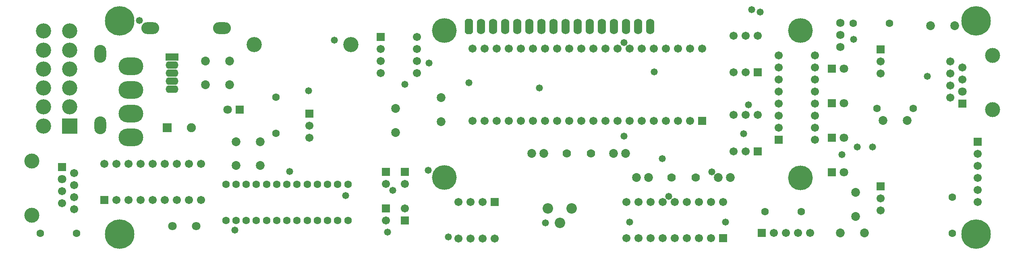
<source format=gts>
%FSLAX24Y24*%
%MOIN*%
G70*
G01*
G75*
G04 Layer_Color=8388736*
%ADD10C,0.0787*%
%ADD11C,0.0197*%
%ADD12C,0.0276*%
%ADD13C,0.0394*%
%ADD14C,0.0472*%
%ADD15C,0.0315*%
%ADD16C,0.0551*%
%ADD17C,0.2362*%
%ADD18C,0.0650*%
%ADD19C,0.0591*%
%ADD20R,0.0591X0.0591*%
%ADD21R,0.0591X0.0591*%
%ADD22C,0.1161*%
%ADD23C,0.0630*%
%ADD24C,0.0591*%
%ADD25R,0.0591X0.0591*%
%ADD26R,0.0630X0.0630*%
%ADD27C,0.0630*%
%ADD28C,0.1181*%
%ADD29R,0.1181X0.1181*%
%ADD30C,0.0669*%
%ADD31R,0.0669X0.0669*%
%ADD32O,0.0984X0.0551*%
%ADD33R,0.0984X0.0551*%
%ADD34O,0.1400X0.0900*%
%ADD35O,0.0900X0.1400*%
%ADD36O,0.1969X0.1378*%
%ADD37C,0.1969*%
%ADD38O,0.0600X0.1200*%
G04:AMPARAMS|DCode=39|XSize=120mil|YSize=60mil|CornerRadius=0mil|HoleSize=0mil|Usage=FLASHONLY|Rotation=90.000|XOffset=0mil|YOffset=0mil|HoleType=Round|Shape=Octagon|*
%AMOCTAGOND39*
4,1,8,0.0150,0.0600,-0.0150,0.0600,-0.0300,0.0450,-0.0300,-0.0450,-0.0150,-0.0600,0.0150,-0.0600,0.0300,-0.0450,0.0300,0.0450,0.0150,0.0600,0.0*
%
%ADD39OCTAGOND39*%

%ADD40C,0.0787*%
%ADD41C,0.0600*%
%ADD42R,0.0591X0.0591*%
%ADD43C,0.0620*%
%ADD44C,0.0500*%
%ADD45C,0.0100*%
%ADD46C,0.0236*%
%ADD47C,0.0098*%
%ADD48C,0.0079*%
%ADD49C,0.0050*%
%ADD50C,0.0039*%
%ADD51C,0.0060*%
%ADD52C,0.0150*%
%ADD53R,0.0300X0.2008*%
%ADD54R,0.0252X0.0300*%
%ADD55R,0.0219X0.0300*%
%ADD56R,0.2008X0.0300*%
%ADD57R,0.0300X0.0252*%
%ADD58R,0.0300X0.0219*%
%ADD59C,0.0631*%
%ADD60C,0.2442*%
%ADD61C,0.0730*%
%ADD62C,0.0671*%
%ADD63R,0.0671X0.0671*%
%ADD64R,0.0671X0.0671*%
%ADD65C,0.1241*%
%ADD66C,0.0710*%
%ADD67C,0.0671*%
%ADD68R,0.0671X0.0671*%
%ADD69R,0.0710X0.0710*%
%ADD70C,0.0710*%
%ADD71C,0.1261*%
%ADD72R,0.1261X0.1261*%
%ADD73C,0.0749*%
%ADD74R,0.0749X0.0749*%
%ADD75O,0.1064X0.0631*%
%ADD76R,0.1064X0.0631*%
%ADD77O,0.1480X0.0980*%
%ADD78O,0.0980X0.1480*%
%ADD79O,0.2049X0.1458*%
%ADD80C,0.2049*%
%ADD81O,0.0680X0.1280*%
G04:AMPARAMS|DCode=82|XSize=128mil|YSize=68mil|CornerRadius=0mil|HoleSize=0mil|Usage=FLASHONLY|Rotation=90.000|XOffset=0mil|YOffset=0mil|HoleType=Round|Shape=Octagon|*
%AMOCTAGOND82*
4,1,8,0.0170,0.0640,-0.0170,0.0640,-0.0340,0.0470,-0.0340,-0.0470,-0.0170,-0.0640,0.0170,-0.0640,0.0340,-0.0470,0.0340,0.0470,0.0170,0.0640,0.0*
%
%ADD82OCTAGOND82*%

%ADD83C,0.0867*%
%ADD84C,0.0680*%
%ADD85R,0.0671X0.0671*%
%ADD86C,0.0700*%
%ADD87C,0.0580*%
D59*
X1728Y2028D02*
D03*
X4728D02*
D03*
X27165Y6095D02*
D03*
Y3095D02*
D03*
X64689Y3858D02*
D03*
X61689D02*
D03*
X70941Y12402D02*
D03*
X73941D02*
D03*
X17063Y6095D02*
D03*
Y3095D02*
D03*
X17905Y6095D02*
D03*
Y3095D02*
D03*
X18747Y6095D02*
D03*
Y3095D02*
D03*
X19589Y6095D02*
D03*
Y3095D02*
D03*
X20431Y6095D02*
D03*
Y3095D02*
D03*
X21273Y6095D02*
D03*
Y3095D02*
D03*
X22114Y6095D02*
D03*
Y3095D02*
D03*
X22956Y6095D02*
D03*
Y3095D02*
D03*
X23798D02*
D03*
Y6095D02*
D03*
X24640Y3095D02*
D03*
Y6095D02*
D03*
X26324Y3095D02*
D03*
Y6095D02*
D03*
X25482Y3095D02*
D03*
Y6095D02*
D03*
X21220Y10350D02*
D03*
Y13350D02*
D03*
X71972Y19488D02*
D03*
X68972D02*
D03*
X77165Y5043D02*
D03*
Y2043D02*
D03*
D60*
X79134Y19685D02*
D03*
Y1969D02*
D03*
X8268D02*
D03*
Y19685D02*
D03*
D61*
X17898Y9646D02*
D03*
X19898D02*
D03*
X71441Y11417D02*
D03*
X73441D02*
D03*
X19898Y7677D02*
D03*
X17898D02*
D03*
X75378Y19291D02*
D03*
X77378D02*
D03*
X67898Y2067D02*
D03*
X69898D02*
D03*
X69193Y3429D02*
D03*
Y5429D02*
D03*
X31102Y12417D02*
D03*
Y10417D02*
D03*
X15387Y14370D02*
D03*
X17387D02*
D03*
Y16343D02*
D03*
X15387D02*
D03*
X43392Y8661D02*
D03*
X42392D02*
D03*
X50158D02*
D03*
X49158D02*
D03*
X34893Y13324D02*
D03*
Y11324D02*
D03*
X58807Y6693D02*
D03*
X57807D02*
D03*
X52045D02*
D03*
X51045D02*
D03*
D62*
X23984Y9992D02*
D03*
Y10992D02*
D03*
X71260Y15323D02*
D03*
Y16323D02*
D03*
Y3937D02*
D03*
Y4937D02*
D03*
X32874Y15354D02*
D03*
Y16354D02*
D03*
Y17354D02*
D03*
Y18354D02*
D03*
X29874Y15354D02*
D03*
Y16354D02*
D03*
Y17354D02*
D03*
X62417Y2067D02*
D03*
X63417D02*
D03*
X64417D02*
D03*
X65417D02*
D03*
X30328Y3107D02*
D03*
X31878Y4107D02*
D03*
X30328Y6157D02*
D03*
X31878D02*
D03*
X79281Y4644D02*
D03*
Y5644D02*
D03*
Y6644D02*
D03*
Y7644D02*
D03*
Y8644D02*
D03*
X55493Y11381D02*
D03*
X54493D02*
D03*
X53493D02*
D03*
X52493D02*
D03*
X51493D02*
D03*
X50493D02*
D03*
X49493D02*
D03*
X48493D02*
D03*
X47493D02*
D03*
X46493D02*
D03*
X45493D02*
D03*
X44493D02*
D03*
X43493D02*
D03*
X42493D02*
D03*
X41493D02*
D03*
X40493D02*
D03*
X39493D02*
D03*
X38493D02*
D03*
X37493D02*
D03*
X56493Y17381D02*
D03*
X55493D02*
D03*
X54493D02*
D03*
X53493D02*
D03*
X52493D02*
D03*
X51493D02*
D03*
X50493D02*
D03*
X49493D02*
D03*
X48493D02*
D03*
X47493D02*
D03*
X46493D02*
D03*
X45493D02*
D03*
X44493D02*
D03*
X43493D02*
D03*
X42493D02*
D03*
X41493D02*
D03*
X40493D02*
D03*
X39493D02*
D03*
X38493D02*
D03*
X37493D02*
D03*
X57218Y1643D02*
D03*
X56219D02*
D03*
X55219D02*
D03*
X54219D02*
D03*
X53218D02*
D03*
X52218D02*
D03*
X51219D02*
D03*
X50219D02*
D03*
X58218Y4643D02*
D03*
X57218D02*
D03*
X56219D02*
D03*
X55219D02*
D03*
X54219D02*
D03*
X53218D02*
D03*
X52218D02*
D03*
X51219D02*
D03*
X50219D02*
D03*
D63*
X23984Y11992D02*
D03*
X71260Y17323D02*
D03*
Y5937D02*
D03*
X30328Y4107D02*
D03*
X31878Y3107D02*
D03*
X30328Y7157D02*
D03*
X31878D02*
D03*
X79281Y9644D02*
D03*
X56493Y11381D02*
D03*
X58218Y1643D02*
D03*
D64*
X29874Y18354D02*
D03*
X61417Y2067D02*
D03*
D65*
X80496Y16817D02*
D03*
Y12317D02*
D03*
X1018Y3556D02*
D03*
Y8056D02*
D03*
D66*
X77996Y13817D02*
D03*
X3518Y6556D02*
D03*
D67*
X77996Y14817D02*
D03*
X76996Y14317D02*
D03*
Y15317D02*
D03*
X77996Y15817D02*
D03*
X76996Y13317D02*
D03*
Y16317D02*
D03*
X3518Y5556D02*
D03*
X4518Y6056D02*
D03*
Y5056D02*
D03*
X3518Y4556D02*
D03*
X4518Y7056D02*
D03*
Y4056D02*
D03*
X36322Y1626D02*
D03*
X37322D02*
D03*
X38322D02*
D03*
X39322D02*
D03*
X36322Y4660D02*
D03*
X37322D02*
D03*
X38322D02*
D03*
X61084Y11882D02*
D03*
X60084D02*
D03*
X59084D02*
D03*
X60084Y8849D02*
D03*
X59084D02*
D03*
X61084Y18451D02*
D03*
X60084D02*
D03*
X59084D02*
D03*
X60084Y15417D02*
D03*
X59084D02*
D03*
X15024Y7799D02*
D03*
X14024D02*
D03*
X13024D02*
D03*
X12024D02*
D03*
X11024D02*
D03*
X10024D02*
D03*
X9024D02*
D03*
X8024D02*
D03*
X7024D02*
D03*
X15024Y4799D02*
D03*
X14024D02*
D03*
X13024D02*
D03*
X12024D02*
D03*
X11024D02*
D03*
X10024D02*
D03*
X9024D02*
D03*
X8024D02*
D03*
X65800Y16818D02*
D03*
Y15818D02*
D03*
Y14818D02*
D03*
Y13818D02*
D03*
Y12818D02*
D03*
Y11818D02*
D03*
Y10818D02*
D03*
Y9818D02*
D03*
X62800Y16818D02*
D03*
Y15818D02*
D03*
Y14818D02*
D03*
Y13818D02*
D03*
Y12818D02*
D03*
Y11818D02*
D03*
Y10818D02*
D03*
D68*
X77996Y12817D02*
D03*
X3518Y7556D02*
D03*
X39322Y4660D02*
D03*
X61084Y8849D02*
D03*
Y15417D02*
D03*
X7024Y4799D02*
D03*
D69*
X18209Y12303D02*
D03*
X67203Y9963D02*
D03*
Y7096D02*
D03*
Y12830D02*
D03*
Y15696D02*
D03*
D70*
X17209Y12303D02*
D03*
X68203Y9963D02*
D03*
Y7096D02*
D03*
Y12830D02*
D03*
Y15696D02*
D03*
X14606Y2638D02*
D03*
X12638D02*
D03*
D71*
X4150Y18830D02*
D03*
Y17256D02*
D03*
Y15681D02*
D03*
Y14106D02*
D03*
Y12531D02*
D03*
X1985Y18830D02*
D03*
Y17256D02*
D03*
Y15681D02*
D03*
Y14106D02*
D03*
Y12531D02*
D03*
Y10956D02*
D03*
X27425Y17717D02*
D03*
X19425D02*
D03*
D72*
X4150Y10956D02*
D03*
D73*
X14205Y10827D02*
D03*
D74*
X12205D02*
D03*
D75*
X12598Y14016D02*
D03*
Y14685D02*
D03*
Y15354D02*
D03*
Y16024D02*
D03*
D76*
Y16693D02*
D03*
D77*
X10827Y19075D02*
D03*
X16742D02*
D03*
D78*
X6693Y16929D02*
D03*
Y11014D02*
D03*
D79*
X9218Y13948D02*
D03*
Y15917D02*
D03*
Y11980D02*
D03*
Y10011D02*
D03*
D80*
X64602Y6656D02*
D03*
X35143Y18881D02*
D03*
Y6666D02*
D03*
X64602Y18861D02*
D03*
D81*
X52181Y19196D02*
D03*
X51181D02*
D03*
X50181D02*
D03*
X49181D02*
D03*
X48181D02*
D03*
X47181D02*
D03*
X46181D02*
D03*
X45181D02*
D03*
X44181D02*
D03*
X43181D02*
D03*
X42181D02*
D03*
X41181D02*
D03*
X40181D02*
D03*
X39181D02*
D03*
X38181D02*
D03*
D82*
X37181D02*
D03*
D83*
X44702Y2926D02*
D03*
X45686Y4107D02*
D03*
X43718D02*
D03*
D84*
X67913Y18504D02*
D03*
Y19504D02*
D03*
Y17504D02*
D03*
D85*
X62800Y9818D02*
D03*
D86*
X55937Y6693D02*
D03*
X53937D02*
D03*
X47276Y8661D02*
D03*
X45276D02*
D03*
D87*
X9928Y19724D02*
D03*
X60588Y20594D02*
D03*
X26978Y5164D02*
D03*
X35488Y1744D02*
D03*
X68048Y8564D02*
D03*
X60328Y12704D02*
D03*
X69008Y18134D02*
D03*
X50468Y2984D02*
D03*
X53178Y8234D02*
D03*
X53718Y5094D02*
D03*
X22342Y7164D02*
D03*
X30448Y2154D02*
D03*
X58418Y2964D02*
D03*
X59900Y10323D02*
D03*
X69318Y9214D02*
D03*
X23918Y13884D02*
D03*
X17808Y2324D02*
D03*
X30878Y5614D02*
D03*
X57284Y7158D02*
D03*
X75108Y15064D02*
D03*
X70568Y9214D02*
D03*
X26038Y18064D02*
D03*
X50018Y10114D02*
D03*
X43518Y2924D02*
D03*
X61276Y20394D02*
D03*
X49998Y17874D02*
D03*
X37188Y14534D02*
D03*
X42998Y14094D02*
D03*
X52508Y15454D02*
D03*
X31868Y14424D02*
D03*
X33819Y7283D02*
D03*
X33878Y16191D02*
D03*
M02*

</source>
